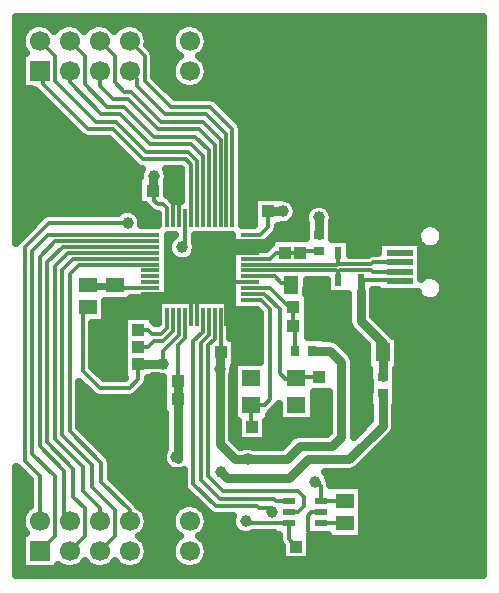
<source format=gbr>
G04 DipTrace 2.4.0.2*
%INbftdi_Top.gbr*%
%MOIN*%
%ADD13C,0.012*%
%ADD14C,0.0118*%
%ADD15C,0.03*%
%ADD16C,0.0236*%
%ADD17C,0.025*%
%ADD18R,0.0512X0.0591*%
%ADD19R,0.0433X0.0394*%
%ADD20R,0.0394X0.0433*%
%ADD21R,0.0591X0.0512*%
%ADD23R,0.0394X0.0394*%
%ADD24R,0.0236X0.0394*%
%ADD25R,0.0354X0.0295*%
%ADD26R,0.0295X0.0354*%
%ADD28R,0.063X0.0118*%
%ADD29R,0.0118X0.063*%
%ADD30R,0.0433X0.0236*%
%ADD32R,0.0906X0.0197*%
%ADD33R,0.0984X0.0787*%
%ADD34R,0.0669X0.0669*%
%ADD35C,0.0669*%
%ADD36R,0.063X0.0551*%
%ADD37C,0.0394*%
%FSLAX44Y44*%
G04*
G70*
G90*
G75*
G01*
%LNTop*%
%LPD*%
X6937Y4937D2*
D13*
X7437Y5437D1*
Y6312D1*
X6687Y7062D1*
Y7812D1*
X5687Y8812D1*
Y14313D1*
X6064Y14690D1*
X8255D1*
D14*
X8630D1*
X7937Y21937D2*
D13*
X8437Y21437D1*
Y20626D1*
X9312Y19751D1*
X10625D1*
X11366Y19010D1*
Y16423D1*
D14*
Y16048D1*
X7937Y20937D2*
D13*
X8187Y20687D1*
Y20439D1*
X9125Y19501D1*
X10500D1*
X11169Y18832D1*
Y16423D1*
D14*
Y16048D1*
X6937Y21937D2*
D13*
X7437Y21437D1*
Y20564D1*
X7750Y20251D1*
X8000D1*
X9000Y19251D1*
X10375D1*
X10972Y18653D1*
Y16423D1*
D14*
Y16048D1*
X6937Y20937D2*
D13*
Y20439D1*
X7375Y20001D1*
X7875D1*
X8875Y19001D1*
X10250D1*
X10776Y18475D1*
Y16423D1*
D14*
Y16048D1*
X5937Y21937D2*
D13*
X6437Y21437D1*
Y20501D1*
X7187Y19751D1*
X7750D1*
X8750Y18751D1*
X10125D1*
X10579Y18297D1*
Y16423D1*
D14*
Y16048D1*
X5937Y20937D2*
D13*
Y20564D1*
X7000Y19501D1*
X7625D1*
X8625Y18501D1*
X10000D1*
X10382Y18119D1*
Y16423D1*
D14*
Y16048D1*
X4937Y21937D2*
D13*
X5437Y21437D1*
Y20626D1*
X6812Y19251D1*
X7500D1*
X8500Y18251D1*
X9875D1*
X10185Y17941D1*
Y16423D1*
D14*
Y16048D1*
X4937Y20937D2*
D13*
X5062Y20812D1*
Y20501D1*
X6562Y19001D1*
X7375D1*
X8375Y18001D1*
X9812D1*
X9988Y17825D1*
Y16423D1*
D14*
Y16048D1*
X16937Y14252D2*
D13*
X16935Y14250D1*
X16062D1*
X16000Y14312D1*
X14937D1*
X14893Y14268D1*
Y13969D1*
Y14268D2*
X14878Y14253D1*
X14834Y14296D1*
X12312D1*
D14*
X11937D1*
X16937Y14567D2*
D13*
X16067D1*
X16000Y14500D1*
X14937D1*
X14893Y14544D1*
Y14875D1*
Y14544D2*
X14842Y14493D1*
X12312D1*
D14*
X11937D1*
X10579Y12741D2*
Y12142D1*
D13*
X10312Y11875D1*
Y7312D1*
X10937Y6687D1*
X12750D1*
X12815Y6623D1*
X13249D1*
X10776Y12741D2*
D14*
Y12026D1*
D13*
X10562Y11813D1*
Y7437D1*
X11062Y6937D1*
X13563D1*
X13750Y6750D1*
Y6437D1*
X13562Y6249D1*
X13249D1*
X15125Y6625D2*
X15123Y6623D1*
X14312D1*
Y7126D1*
X14125Y7312D1*
Y7250D1*
X12688Y6250D2*
Y6375D1*
X12250D1*
X12188Y6437D1*
X10812D1*
X10062Y7187D1*
Y11938D1*
X10382Y12257D1*
D14*
Y12741D1*
X15562Y14875D2*
D13*
X15884Y15197D1*
X16937D1*
X13625Y15562D2*
X13125D1*
Y15563D1*
X9375Y16938D2*
X9398Y16915D1*
Y16596D1*
Y16423D1*
D14*
Y16048D1*
X16976Y16319D2*
D13*
X19142D1*
Y12815D2*
Y16319D1*
Y12815D2*
X16976D1*
X7562Y11188D2*
Y11750D1*
Y12313D1*
X7437Y12438D1*
Y13063D1*
X9988Y12741D2*
D14*
Y13116D1*
D13*
Y13312D1*
X9312D1*
X9005D1*
D14*
X8630D1*
X11366Y12741D2*
X11375Y12732D1*
D13*
Y12250D1*
X11647Y11978D1*
Y11585D1*
X11375Y12750D2*
Y13313D1*
X11169D1*
Y13116D1*
D14*
Y12741D1*
Y13313D2*
D13*
X10185D1*
Y13116D1*
D14*
Y12741D1*
Y13313D2*
D13*
X9988Y13312D1*
X8630Y13509D2*
D14*
X9005D1*
D13*
X9241D1*
X9312Y13438D1*
Y13312D1*
X7437Y13063D2*
X7875D1*
X8124Y13312D1*
X8255D1*
D14*
X8630D1*
X11375Y13313D2*
D13*
Y13903D1*
X11562D1*
D14*
X11937D1*
X9398Y16596D2*
D13*
X9430Y16563D1*
X9594D1*
Y16423D1*
D14*
Y16048D1*
X8875Y10000D2*
D15*
Y10625D1*
X14062Y13812D2*
D13*
Y13186D1*
Y13062D1*
Y12437D1*
X13125Y15563D2*
X12813D1*
X12530Y15281D1*
X12312D1*
D14*
X11937D1*
X11562D1*
D13*
X11375D1*
Y15084D1*
X11562D1*
D14*
X11937D1*
X11375Y13903D2*
D13*
Y14887D1*
Y15084D1*
X11937Y14887D2*
X11375D1*
X14312Y6249D2*
X13999D1*
X13875Y6125D1*
Y5625D1*
X14156Y5343D1*
Y5092D1*
X9375Y16938D2*
Y17438D1*
X14625Y13250D2*
Y13186D1*
X14062D1*
X8231Y12313D2*
X8562D1*
X8688Y12187D1*
X8999D1*
X9201Y12389D1*
Y12438D1*
D14*
Y12741D1*
X8231Y11750D2*
D13*
X8562D1*
X8749Y11937D1*
X9062D1*
X9398Y12273D1*
Y12366D1*
D14*
Y12741D1*
X13496Y10718D2*
D13*
X13466Y10688D1*
X13125D1*
X12938Y10875D1*
Y13000D1*
X12429Y13509D1*
X12312D1*
D14*
X11937D1*
X13496Y10718D2*
D13*
X13509Y10731D1*
X14250D1*
X12000Y9812D2*
X12437D1*
X12625Y10000D1*
Y13000D1*
X12313Y13312D1*
D14*
X11937D1*
X12018Y9062D2*
D13*
X12000Y9081D1*
Y9812D1*
X13314Y13812D2*
X13251Y13875D1*
X13000D1*
X12775Y14099D1*
X12312D1*
D14*
X11937D1*
X6562Y13813D2*
D13*
X6669Y13706D1*
X8255D1*
D14*
X8630D1*
X7437Y13811D2*
D13*
X7435Y13813D1*
X6562D1*
X16937Y13937D2*
X16905Y13969D1*
X15641D1*
X16375Y10750D2*
D15*
X16378Y10752D1*
Y11563D1*
Y11873D1*
X15641Y12610D1*
Y13622D1*
D16*
Y13969D1*
X15125Y5877D2*
D13*
X15123Y5875D1*
X14312D1*
X7937Y5937D2*
Y6312D1*
X7000Y7250D1*
Y7875D1*
X5937Y8937D1*
Y14188D1*
X6242Y14493D1*
X8255D1*
D14*
X8630D1*
X5937Y5937D2*
D13*
X5749Y6125D1*
Y7625D1*
X4937Y8437D1*
Y14751D1*
X5467Y15281D1*
X8255D1*
D14*
X8630D1*
X4937Y5937D2*
D13*
Y7437D1*
X4437Y7937D1*
Y15063D1*
X5249Y15876D1*
X7875D1*
X9687Y15063D2*
D14*
X9791Y15167D1*
Y16048D1*
X6937Y5937D2*
D13*
Y6375D1*
X6374Y6937D1*
Y7750D1*
X5437Y8687D1*
Y14438D1*
X5886Y14887D1*
X8255D1*
D14*
X8630D1*
X4937Y4937D2*
D13*
X5437Y5437D1*
Y7437D1*
X4687Y8187D1*
Y14938D1*
X5226Y15477D1*
X8255D1*
D14*
X8630D1*
X5937Y4937D2*
D13*
X6437Y5437D1*
Y6375D1*
X6062Y6750D1*
Y7687D1*
X5187Y8562D1*
Y14563D1*
X5707Y15084D1*
X8255D1*
D14*
X8630D1*
X16375Y10199D2*
D15*
Y9125D1*
X15250Y8000D1*
X13875D1*
X13250Y7375D1*
X11187D1*
X11000Y7562D1*
X9500Y8062D2*
X9544Y8018D1*
Y10000D1*
Y10625D1*
D13*
X9562Y10643D1*
Y11813D1*
X9791Y12042D1*
Y12366D1*
D14*
Y12741D1*
X8231Y11188D2*
D15*
X8937D1*
D13*
X9062Y11313D1*
Y11625D1*
X9594Y12157D1*
Y12366D1*
D14*
Y12741D1*
X12562Y16268D2*
D13*
Y15750D1*
X12290Y15477D1*
D14*
X11937D1*
X13487Y5092D2*
D13*
X13249Y5330D1*
Y5875D1*
X8705Y16938D2*
X8750Y16894D1*
Y16626D1*
X8875Y16501D1*
X9062D1*
X9201Y16362D1*
D14*
Y16048D1*
X10978Y11585D2*
D13*
X10972Y11590D1*
Y12366D1*
D14*
Y12741D1*
X10978Y11585D2*
D15*
X10937Y11544D1*
Y11000D1*
Y8500D1*
X11437Y8000D1*
X11875D1*
X13188D1*
X13625Y8437D1*
X14688D1*
X15000Y8750D1*
Y11250D1*
X14625Y11625D1*
X14009D1*
X6562Y13065D2*
D13*
X6374D1*
Y10938D1*
X6937Y10375D1*
X7937D1*
X8231Y10669D1*
Y11188D1*
X9062D2*
D15*
X8231D1*
X14250Y15481D2*
Y16063D1*
X13046Y16268D2*
X12562D1*
X8750Y17438D2*
X8705Y17394D1*
Y16938D1*
X13249Y5875D2*
D13*
X11875D1*
X11813Y5937D1*
X13393Y13062D2*
X13251D1*
X12607Y13706D1*
X12312D1*
D14*
X11937D1*
X13393Y13062D2*
D13*
Y12437D1*
X13457Y12372D1*
Y11625D1*
X13125Y14894D2*
X13106Y14875D1*
X12812D1*
X12627Y14690D1*
X12312D1*
D14*
X11937D1*
X13125Y14894D2*
D13*
X13625D1*
Y14893D1*
X13662Y14930D1*
X14250D1*
D37*
X14125Y7250D3*
X12688Y6250D3*
X7875Y15876D3*
X9687Y15063D3*
X11000Y7562D3*
X9500Y8062D3*
X9062Y11188D3*
X10937Y11000D3*
X14250Y16063D3*
X13046Y16268D3*
X8750Y17438D3*
X11813Y5937D3*
X11875Y8000D3*
X12625Y15251D3*
X9375Y17438D3*
X15625Y9125D3*
Y10063D3*
Y10938D3*
X15438Y11875D3*
X14625Y12500D3*
Y13250D3*
X11688Y19814D3*
X13313Y9062D3*
X14063D3*
X12125Y12375D3*
Y11813D3*
X7000Y12313D3*
Y11188D3*
X8062Y13063D3*
X8750Y12750D3*
X10937Y13750D3*
X9500D3*
X11125Y15063D3*
X18313Y5625D3*
Y10063D3*
Y8000D3*
Y12313D3*
X13688Y16626D3*
X8500Y9437D3*
X6875D3*
X6499Y16876D3*
X4874D3*
X6499Y17938D3*
X4874D3*
X7875Y16626D3*
X11938Y17376D3*
X4166Y22485D2*
D17*
X4668D1*
X5207D2*
X5668D1*
X6207D2*
X6668D1*
X7207D2*
X7668D1*
X8207D2*
X9668D1*
X10207D2*
X19708D1*
X4166Y22236D2*
X4391D1*
X8480D2*
X9391D1*
X10480D2*
X19708D1*
X4166Y21987D2*
X4313D1*
X8558D2*
X9313D1*
X10558D2*
X19708D1*
X4166Y21739D2*
X4348D1*
X8621D2*
X9348D1*
X10527D2*
X19708D1*
X4166Y21490D2*
X4313D1*
X8781D2*
X9512D1*
X10363D2*
X19708D1*
X4166Y21241D2*
X4313D1*
X8789D2*
X9395D1*
X10480D2*
X19708D1*
X4166Y20992D2*
X4313D1*
X8789D2*
X9317D1*
X10558D2*
X19708D1*
X4166Y20744D2*
X4313D1*
X8804D2*
X9344D1*
X10531D2*
X19708D1*
X4166Y20495D2*
X4313D1*
X9054D2*
X9508D1*
X10367D2*
X19708D1*
X4166Y20246D2*
X4833D1*
X9301D2*
X19708D1*
X4166Y19998D2*
X5083D1*
X10863D2*
X19708D1*
X4166Y19749D2*
X5329D1*
X11113D2*
X19708D1*
X4166Y19500D2*
X5579D1*
X11359D2*
X19708D1*
X4166Y19252D2*
X5829D1*
X11609D2*
X19708D1*
X4166Y19003D2*
X6075D1*
X11715D2*
X19708D1*
X4166Y18754D2*
X6325D1*
X11715D2*
X19708D1*
X4166Y18506D2*
X7387D1*
X11715D2*
X19708D1*
X4166Y18257D2*
X7633D1*
X11715D2*
X19708D1*
X4166Y18008D2*
X7883D1*
X11715D2*
X19708D1*
X4166Y17760D2*
X8133D1*
X11715D2*
X19708D1*
X4166Y17511D2*
X8270D1*
X9230D2*
X9637D1*
X11715D2*
X19708D1*
X4166Y17262D2*
X8200D1*
X9211D2*
X9637D1*
X11715D2*
X19708D1*
X4166Y17013D2*
X8200D1*
X9211D2*
X9637D1*
X11715D2*
X19708D1*
X4166Y16765D2*
X8200D1*
X9277D2*
X9637D1*
X11715D2*
X19708D1*
X4166Y16516D2*
X8200D1*
X11715D2*
X12075D1*
X13461D2*
X14137D1*
X14362D2*
X19708D1*
X4166Y16267D2*
X7606D1*
X8144D2*
X8626D1*
X11715D2*
X12075D1*
X13531D2*
X13813D1*
X14691D2*
X19708D1*
X4166Y16019D2*
X4907D1*
X8340D2*
X8852D1*
X11715D2*
X12075D1*
X13461D2*
X13766D1*
X14734D2*
X19708D1*
X4166Y15770D2*
X4661D1*
X12910D2*
X13782D1*
X14718D2*
X17649D1*
X18273D2*
X19708D1*
X4166Y15521D2*
X4411D1*
X12820D2*
X13782D1*
X14718D2*
X17504D1*
X18418D2*
X19708D1*
X10140Y15273D2*
X11333D1*
X15301D2*
X17524D1*
X18398D2*
X19708D1*
X10172Y15024D2*
X12477D1*
X15301D2*
X16196D1*
X17679D2*
X17766D1*
X18152D2*
X19708D1*
X10074Y14775D2*
X11333D1*
X17679D2*
X19708D1*
X9234Y14527D2*
X11333D1*
X17679D2*
X19708D1*
X9234Y14278D2*
X11333D1*
X17679D2*
X19708D1*
X9234Y14029D2*
X11333D1*
X18281D2*
X19708D1*
X9234Y13781D2*
X11333D1*
X13859D2*
X14485D1*
X18422D2*
X19708D1*
X9234Y13532D2*
X11333D1*
X13859D2*
X14485D1*
X16082D2*
X17528D1*
X18394D2*
X19708D1*
X7148Y13283D2*
X8852D1*
X13898D2*
X15200D1*
X16082D2*
X17793D1*
X18129D2*
X19708D1*
X7148Y13034D2*
X8852D1*
X13898D2*
X15200D1*
X16082D2*
X19708D1*
X7148Y12786D2*
X8852D1*
X11320D2*
X12274D1*
X13898D2*
X15200D1*
X16082D2*
X19708D1*
X6722Y12537D2*
X7723D1*
X11320D2*
X12274D1*
X13898D2*
X15208D1*
X16324D2*
X19708D1*
X6722Y12288D2*
X7723D1*
X11324D2*
X12274D1*
X13898D2*
X15352D1*
X16574D2*
X19708D1*
X6722Y12040D2*
X7723D1*
X11484D2*
X12274D1*
X14668D2*
X15598D1*
X16922D2*
X19708D1*
X6722Y11791D2*
X7723D1*
X11484D2*
X12274D1*
X15070D2*
X15833D1*
X16922D2*
X19708D1*
X6722Y11542D2*
X7723D1*
X11484D2*
X12274D1*
X15320D2*
X15833D1*
X16922D2*
X19708D1*
X6722Y11294D2*
X7723D1*
X11484D2*
X12274D1*
X15437D2*
X15833D1*
X16922D2*
X19708D1*
X6750Y11045D2*
X7723D1*
X15441D2*
X15833D1*
X16922D2*
X19708D1*
X7000Y10796D2*
X7723D1*
X15441D2*
X15907D1*
X16843D2*
X19708D1*
X8558Y10548D2*
X9040D1*
X15441D2*
X15907D1*
X16843D2*
X19708D1*
X6285Y10299D2*
X6528D1*
X8343D2*
X9040D1*
X15441D2*
X15907D1*
X16843D2*
X19708D1*
X6285Y10050D2*
X9040D1*
X14101D2*
X14559D1*
X15441D2*
X15907D1*
X16843D2*
X19708D1*
X6285Y9802D2*
X9040D1*
X14101D2*
X14559D1*
X15441D2*
X15907D1*
X16843D2*
X19708D1*
X6285Y9553D2*
X9040D1*
X12656D2*
X12891D1*
X14101D2*
X14559D1*
X15441D2*
X15934D1*
X16816D2*
X19708D1*
X6285Y9304D2*
X9106D1*
X12605D2*
X12891D1*
X14101D2*
X14559D1*
X15441D2*
X15934D1*
X16816D2*
X19708D1*
X6304Y9055D2*
X9106D1*
X11379D2*
X11512D1*
X12523D2*
X14559D1*
X15441D2*
X15696D1*
X16808D2*
X19708D1*
X6551Y8807D2*
X9106D1*
X11379D2*
X11512D1*
X12523D2*
X13411D1*
X16668D2*
X19708D1*
X6801Y8558D2*
X9106D1*
X11492D2*
X13133D1*
X16422D2*
X19708D1*
X7051Y8309D2*
X9086D1*
X16172D2*
X19708D1*
X7293Y8061D2*
X9012D1*
X15922D2*
X19708D1*
X7347Y7812D2*
X9086D1*
X15676D2*
X19708D1*
X4166Y7563D2*
X4325D1*
X7347D2*
X9711D1*
X14488D2*
X19708D1*
X4166Y7315D2*
X4575D1*
X7418D2*
X9711D1*
X14609D2*
X19708D1*
X4166Y7066D2*
X4586D1*
X7668D2*
X9735D1*
X15711D2*
X19708D1*
X4166Y6817D2*
X4586D1*
X7918D2*
X9950D1*
X15711D2*
X19708D1*
X4166Y6569D2*
X4586D1*
X8164D2*
X10196D1*
X15711D2*
X19708D1*
X4166Y6320D2*
X4450D1*
X8422D2*
X9450D1*
X15711D2*
X19708D1*
X4166Y6071D2*
X4329D1*
X8547D2*
X9329D1*
X10547D2*
X11344D1*
X15711D2*
X19708D1*
X4166Y5823D2*
X4325D1*
X8551D2*
X9325D1*
X10551D2*
X11340D1*
X15711D2*
X19708D1*
X4166Y5574D2*
X4434D1*
X8437D2*
X9434D1*
X10437D2*
X11504D1*
X15711D2*
X19708D1*
X4166Y5325D2*
X4313D1*
X8418D2*
X9454D1*
X10418D2*
X12899D1*
X13992D2*
X19708D1*
X4166Y5076D2*
X4313D1*
X8547D2*
X9329D1*
X10547D2*
X12981D1*
X13992D2*
X19708D1*
X4166Y4828D2*
X4313D1*
X8551D2*
X9321D1*
X10551D2*
X12981D1*
X13992D2*
X19708D1*
X4166Y4579D2*
X4313D1*
X8441D2*
X9430D1*
X10441D2*
X19708D1*
X4166Y4330D2*
X19708D1*
X15934Y11003D2*
X15857D1*
Y11811D1*
X15347Y12317D1*
X15274Y12417D1*
X15229Y12557D1*
X15226Y13110D1*
Y13505D1*
X14510Y13507D1*
Y13972D1*
X13838Y13971D1*
X13835Y13525D1*
X13874Y13524D1*
X13870Y12600D1*
X13874Y12649D1*
Y12067D1*
X14421D1*
Y12040D1*
X14625D1*
X14748Y12021D1*
X14879Y11954D1*
X15294Y11544D1*
X15368Y11443D1*
X15412Y11304D1*
X15415Y10750D1*
Y8754D1*
X15960Y9296D1*
X15961Y9785D1*
X15933Y9786D1*
X15937Y10611D1*
X15933Y10713D1*
Y11006D1*
X12500Y9270D2*
Y8601D1*
X11537D1*
Y9269D1*
X11420Y9272D1*
X11424Y10353D1*
X11420Y10302D1*
Y11126D1*
X11399Y11000D1*
X11382Y10876D1*
X11353Y10808D1*
X11352Y8675D1*
X11609Y8415D1*
X11824Y8459D1*
X11949Y8456D1*
X12078Y8413D1*
X13020Y8415D1*
X13332Y8731D1*
X13432Y8805D1*
X13572Y8849D1*
X14125Y8852D1*
X14520D1*
X14585Y8921D1*
Y10254D1*
X14075Y10250D1*
Y9272D1*
X12916D1*
Y9854D1*
X12855Y9770D1*
X12664Y9580D1*
X12579Y9478D1*
Y9272D1*
X12497D1*
X7997Y13383D2*
Y13290D1*
X7118D1*
X7122Y12711D1*
Y12544D1*
X6696D1*
X6699Y11315D1*
Y11069D1*
X7071Y10701D1*
X7800Y10700D1*
X7750Y10726D1*
X7754Y11649D1*
X7750Y11913D1*
X7754Y12212D1*
X7750Y12476D1*
Y12775D1*
X8713D1*
Y12599D1*
X8792Y12543D1*
X8877Y12536D1*
Y13321D1*
X9525Y13317D1*
X9771Y13321D1*
X9918Y13317D1*
X10115Y13321D1*
X10706D1*
X11100D1*
X11296D1*
X11297Y12050D1*
X11459Y12047D1*
Y11261D1*
X12299Y11258D1*
X12300Y12863D1*
X12177Y12989D1*
X11357Y12988D1*
X11361Y13636D1*
X11357Y13882D1*
X11361Y14030D1*
X11357Y14275D1*
X11361Y14423D1*
X11357Y14669D1*
X11361Y14817D1*
X11357Y15014D1*
X12496Y15015D1*
X12585Y15106D1*
X12517Y15153D1*
X11357D1*
Y15470D1*
X11042Y15472D1*
X10796Y15468D1*
X10648Y15472D1*
X10403Y15468D1*
X10255Y15472D1*
X10111Y15468D1*
X10115Y15240D1*
X10148Y15089D1*
X10132Y14940D1*
X10083Y14825D1*
X10005Y14728D1*
X9904Y14655D1*
X9787Y14612D1*
X9663Y14602D1*
X9540Y14625D1*
X9429Y14681D1*
X9336Y14764D1*
X9268Y14869D1*
X9232Y14988D1*
X9228Y15112D1*
X9258Y15233D1*
X9319Y15342D1*
X9407Y15430D1*
X9465Y15463D1*
X9208Y15468D1*
X9206Y15153D1*
X9210Y14908D1*
X9206Y14760D1*
X9210Y14514D1*
X9206Y14366D1*
X9210Y14120D1*
X9206Y13972D1*
X9210Y13727D1*
X9206Y13579D1*
X9210Y13382D1*
X7993Y13381D1*
X9187Y17287D2*
Y16802D1*
X9292Y16730D1*
X9394Y16628D1*
X9667D1*
X9663Y17298D1*
Y17677D1*
X9144Y17676D1*
X9187Y17587D1*
X9211Y17438D1*
X9187Y17297D1*
X9210Y15468D2*
X9206Y14957D1*
X9210Y14711D1*
X9206Y14563D1*
X9210Y14317D1*
X9206Y14169D1*
X9210Y13923D1*
X9206Y13775D1*
X9210Y13530D1*
X9199Y13321D1*
X9722Y13317D1*
X9967Y13321D1*
X10380D2*
X10903Y13317D1*
X11148Y13321D1*
X11357Y13382D1*
Y13632D1*
X10524Y20813D2*
X10485Y20694D1*
X10423Y20586D1*
X10340Y20493D1*
X10239Y20419D1*
X10126Y20368D1*
X10004Y20341D1*
X9879Y20340D1*
X9757Y20365D1*
X9642Y20415D1*
X9541Y20487D1*
X9456Y20579D1*
X9392Y20686D1*
X9352Y20805D1*
X9338Y20928D1*
X9349Y21053D1*
X9385Y21172D1*
X9446Y21281D1*
X9528Y21375D1*
X9606Y21434D1*
X9541Y21487D1*
X9456Y21579D1*
X9392Y21686D1*
X9352Y21805D1*
X9338Y21928D1*
X9349Y22053D1*
X9385Y22172D1*
X9446Y22281D1*
X9528Y22375D1*
X9627Y22450D1*
X9740Y22503D1*
X9862Y22532D1*
X9987Y22535D1*
X10109Y22511D1*
X10224Y22463D1*
X10327Y22392D1*
X10413Y22302D1*
X10478Y22195D1*
X10520Y22078D1*
X10537Y21937D1*
X10524Y21813D1*
X10485Y21694D1*
X10423Y21586D1*
X10340Y21493D1*
X10268Y21440D1*
X10327Y21392D1*
X10413Y21302D1*
X10478Y21195D1*
X10520Y21078D1*
X10537Y20937D1*
X10524Y20813D1*
X8524Y5813D2*
X8485Y5694D1*
X8423Y5586D1*
X8340Y5493D1*
X8266Y5434D1*
X8327Y5392D1*
X8413Y5302D1*
X8478Y5195D1*
X8520Y5078D1*
X8537Y4937D1*
X8524Y4813D1*
X8485Y4694D1*
X8423Y4586D1*
X8340Y4493D1*
X8239Y4419D1*
X8126Y4368D1*
X8004Y4341D1*
X7879Y4340D1*
X7757Y4365D1*
X7642Y4415D1*
X7541Y4487D1*
X7438Y4609D1*
X7340Y4493D1*
X7239Y4419D1*
X7126Y4368D1*
X7004Y4341D1*
X6879Y4340D1*
X6757Y4365D1*
X6642Y4415D1*
X6541Y4487D1*
X6438Y4609D1*
X6340Y4493D1*
X6239Y4419D1*
X6126Y4368D1*
X6004Y4341D1*
X5879Y4340D1*
X5757Y4365D1*
X5642Y4415D1*
X5537Y4494D1*
Y4337D1*
X4337D1*
Y5537D1*
X4490D1*
X4392Y5686D1*
X4352Y5805D1*
X4338Y5928D1*
X4349Y6053D1*
X4385Y6172D1*
X4446Y6281D1*
X4528Y6375D1*
X4612Y6439D1*
Y7300D1*
X4205Y7711D1*
X4141Y7733D1*
Y4141D1*
X19733D1*
Y22733D1*
X4141D1*
Y15198D1*
X4207Y15293D1*
X5020Y16105D1*
X5123Y16175D1*
X5249Y16201D1*
X7550D1*
X7594Y16243D1*
X7703Y16304D1*
X7824Y16335D1*
X7948Y16332D1*
X8067Y16295D1*
X8173Y16228D1*
X8256Y16136D1*
X8312Y16024D1*
X8336Y15876D1*
X8326Y15802D1*
X8877Y15800D1*
X8875Y16176D1*
X8753Y16200D1*
X8645Y16271D1*
X8518Y16399D1*
X8464Y16476D1*
X8224D1*
Y17400D1*
X8290D1*
X8291Y17488D1*
X8320Y17609D1*
X8361Y17680D1*
X8267Y17694D1*
X8145Y17771D1*
X7242Y18674D1*
X6562Y18676D1*
X6440Y18700D1*
X6332Y18771D1*
X4830Y20275D1*
X4662Y20337D1*
X4337D1*
Y21537D1*
X4490D1*
X4392Y21686D1*
X4352Y21805D1*
X4338Y21928D1*
X4349Y22053D1*
X4385Y22172D1*
X4446Y22281D1*
X4528Y22375D1*
X4627Y22450D1*
X4740Y22503D1*
X4862Y22532D1*
X4987Y22535D1*
X5109Y22511D1*
X5224Y22463D1*
X5327Y22392D1*
X5413Y22302D1*
X5435Y22265D1*
X5528Y22375D1*
X5627Y22450D1*
X5740Y22503D1*
X5862Y22532D1*
X5987Y22535D1*
X6109Y22511D1*
X6224Y22463D1*
X6327Y22392D1*
X6413Y22302D1*
X6435Y22265D1*
X6528Y22375D1*
X6627Y22450D1*
X6740Y22503D1*
X6862Y22532D1*
X6987Y22535D1*
X7109Y22511D1*
X7224Y22463D1*
X7327Y22392D1*
X7413Y22302D1*
X7435Y22265D1*
X7528Y22375D1*
X7627Y22450D1*
X7740Y22503D1*
X7862Y22532D1*
X7987Y22535D1*
X8109Y22511D1*
X8224Y22463D1*
X8327Y22392D1*
X8413Y22302D1*
X8478Y22195D1*
X8520Y22078D1*
X8537Y21937D1*
X8522Y21809D1*
X8667Y21667D1*
X8736Y21564D1*
X8762Y21437D1*
Y20761D1*
X9449Y20074D1*
X10625Y20076D1*
X10747Y20052D1*
X10855Y19981D1*
X11596Y19240D1*
X11665Y19137D1*
X11691Y19010D1*
X11690Y15804D1*
X12097Y15801D1*
X12100Y16161D1*
Y16749D1*
X13024D1*
Y16730D1*
X13119Y16724D1*
X13238Y16687D1*
X13344Y16620D1*
X13427Y16528D1*
X13483Y16416D1*
X13507Y16268D1*
X13491Y16144D1*
X13441Y16030D1*
X13363Y15933D1*
X13262Y15860D1*
X13145Y15817D1*
X13025Y15807D1*
X13024Y15786D1*
X12887D1*
X12863Y15628D1*
X12792Y15520D1*
X12516Y15245D1*
X12517Y15153D1*
X12663Y15166D1*
Y15375D1*
X13587Y15371D1*
X13807Y15374D1*
X13808Y15893D1*
X13820D1*
X13795Y15988D1*
X13791Y16112D1*
X13821Y16233D1*
X13882Y16342D1*
X13970Y16430D1*
X14078Y16492D1*
X14199Y16522D1*
X14324Y16519D1*
X14443Y16483D1*
X14548Y16416D1*
X14632Y16323D1*
X14687Y16212D1*
X14712Y16063D1*
X14695Y15940D1*
X14675Y15893D1*
X14692D1*
Y15338D1*
X15276Y15336D1*
Y14825D1*
X15871Y14824D1*
X15942Y14867D1*
X16066Y14892D1*
X16219Y14894D1*
Y15245D1*
X17559D1*
X17540Y15297D1*
X17519Y15419D1*
X17532Y15543D1*
X17580Y15658D1*
X17658Y15756D1*
X17760Y15827D1*
X17878Y15868D1*
X18002Y15873D1*
X18123Y15844D1*
X18232Y15783D1*
X18318Y15693D1*
X18377Y15583D1*
X18403Y15433D1*
X18385Y15310D1*
X18334Y15196D1*
X18253Y15102D1*
X18149Y15033D1*
X18030Y14997D1*
X17905Y14995D1*
X17785Y15028D1*
X17676Y15096D1*
X17655Y14995D1*
X17651Y14519D1*
X17655Y14115D1*
X17658Y14023D1*
X17760Y14095D1*
X17878Y14135D1*
X18002Y14141D1*
X18123Y14112D1*
X18232Y14050D1*
X18318Y13961D1*
X18377Y13851D1*
X18403Y13701D1*
X18385Y13578D1*
X18334Y13464D1*
X18253Y13369D1*
X18149Y13301D1*
X18030Y13264D1*
X17905Y13262D1*
X17785Y13295D1*
X17679Y13360D1*
X17595Y13453D1*
X17540Y13568D1*
X17405Y13574D1*
X16219D1*
Y13648D1*
X16057Y13644D1*
X16056Y12782D1*
X16712Y12123D1*
X16898D1*
Y11003D1*
X16816D1*
X16814Y10338D1*
X16818Y10236D1*
Y9786D1*
X16790D1*
Y9125D1*
X16772Y9002D1*
X16704Y8872D1*
X16315Y8478D1*
X15544Y7706D1*
X15444Y7633D1*
X15304Y7588D1*
X14750Y7585D1*
X14442D1*
X14507Y7510D1*
X14562Y7398D1*
X14580Y7311D1*
X14605Y7266D1*
X14636Y7146D1*
X15686D1*
X15682Y6104D1*
X15686Y6022D1*
Y5356D1*
X14565D1*
Y5493D1*
X13969Y5491D1*
Y4630D1*
X13006D1*
Y5119D1*
X12956Y5189D1*
X12924Y5330D1*
Y5490D1*
X12768Y5491D1*
Y5550D1*
X12065D1*
X11912Y5486D1*
X11788Y5476D1*
X11665Y5499D1*
X11554Y5555D1*
X11461Y5638D1*
X11394Y5743D1*
X11357Y5862D1*
X11353Y5986D1*
X11385Y6111D1*
X10812Y6112D1*
X10690Y6136D1*
X10583Y6207D1*
X9833Y6957D1*
X9763Y7061D1*
X9737Y7187D1*
Y7652D1*
X9645Y7616D1*
X9567Y7604D1*
X9475Y7601D1*
X9353Y7625D1*
X9241Y7680D1*
X9148Y7763D1*
X9081Y7868D1*
X9044Y7987D1*
X9041Y8112D1*
X9071Y8233D1*
X9130Y8338D1*
X9129Y9538D1*
X9063D1*
X9066Y10462D1*
X9063Y10413D1*
Y10730D1*
X9038Y10727D1*
X8915Y10750D1*
X8870Y10772D1*
X8715Y10773D1*
X8713Y10726D1*
X8553D1*
X8556Y10669D1*
X8533Y10547D1*
X8461Y10440D1*
X8167Y10145D1*
X8064Y10076D1*
X7937Y10050D1*
X6937D1*
X6815Y10074D1*
X6707Y10145D1*
X6263Y10590D1*
X6262Y9075D1*
X7229Y8105D1*
X7299Y8002D1*
X7324Y7875D1*
Y7387D1*
X8169Y6539D1*
X8228Y6461D1*
X8327Y6392D1*
X8413Y6302D1*
X8478Y6195D1*
X8520Y6078D1*
X8537Y5937D1*
X8524Y5813D1*
X10524Y4813D2*
X10485Y4694D1*
X10423Y4586D1*
X10340Y4493D1*
X10239Y4419D1*
X10126Y4368D1*
X10004Y4341D1*
X9879Y4340D1*
X9757Y4365D1*
X9642Y4415D1*
X9541Y4487D1*
X9456Y4579D1*
X9392Y4686D1*
X9352Y4805D1*
X9338Y4928D1*
X9349Y5053D1*
X9385Y5172D1*
X9446Y5281D1*
X9528Y5375D1*
X9606Y5434D1*
X9541Y5487D1*
X9456Y5579D1*
X9392Y5686D1*
X9352Y5805D1*
X9338Y5928D1*
X9349Y6053D1*
X9385Y6172D1*
X9446Y6281D1*
X9528Y6375D1*
X9627Y6450D1*
X9740Y6503D1*
X9862Y6532D1*
X9987Y6535D1*
X10109Y6511D1*
X10224Y6463D1*
X10327Y6392D1*
X10413Y6302D1*
X10478Y6195D1*
X10520Y6078D1*
X10537Y5937D1*
X10524Y5813D1*
X10485Y5694D1*
X10423Y5586D1*
X10340Y5493D1*
X10268Y5440D1*
X10327Y5392D1*
X10413Y5302D1*
X10478Y5195D1*
X10520Y5078D1*
X10537Y4937D1*
X10524Y4813D1*
D18*
X17126Y11563D3*
X16378D3*
D19*
X12688Y9062D3*
X12018D3*
D20*
X14250Y10062D3*
Y10731D3*
D21*
X7437Y13063D3*
Y13811D3*
D19*
X7562Y11750D3*
X8231D3*
X7562Y12313D3*
X8231D3*
D20*
X13625Y15562D3*
Y14893D3*
X13125Y15563D3*
Y14894D3*
D19*
X14062Y13062D3*
X13393D3*
X14062Y12437D3*
X13393D3*
X8875Y10625D3*
X9544D3*
X8875Y10000D3*
X9544D3*
D20*
X12562Y16937D3*
Y16268D3*
D19*
X9375Y16938D3*
X8705D3*
X7562Y11188D3*
X8231D3*
X11647Y11585D3*
X10978D3*
X14156Y5092D3*
X13487D3*
D23*
X15562Y14875D3*
D24*
X14893D3*
Y13969D3*
X15641D3*
D25*
X16375Y10750D3*
Y10199D3*
X14250Y15481D3*
Y14930D3*
D26*
X14009Y11625D3*
X13457D3*
D28*
X11937Y13312D3*
Y13509D3*
Y13706D3*
Y13903D3*
Y14099D3*
Y14296D3*
Y14493D3*
Y14690D3*
Y14887D3*
Y15084D3*
Y15281D3*
Y15477D3*
D29*
X11366Y16048D3*
X11169D3*
X10972D3*
X10776D3*
X10579D3*
X10382D3*
X10185D3*
X9988D3*
X9791D3*
X9594D3*
X9398D3*
X9201D3*
D28*
X8630Y15477D3*
Y15281D3*
Y15084D3*
Y14887D3*
Y14690D3*
Y14493D3*
Y14296D3*
Y14099D3*
Y13903D3*
Y13706D3*
Y13509D3*
Y13312D3*
D29*
X9201Y12741D3*
X9398D3*
X9594D3*
X9791D3*
X9988D3*
X10185D3*
X10382D3*
X10579D3*
X10776D3*
X10972D3*
X11169D3*
X11366D3*
D30*
X14312Y5875D3*
Y6249D3*
Y6623D3*
X13249D3*
Y6249D3*
Y5875D3*
D32*
X16937Y13937D3*
Y14252D3*
Y14567D3*
Y14882D3*
Y15197D3*
D33*
X16976Y12815D3*
Y16319D3*
X19142Y12815D3*
Y16319D3*
D18*
X14062Y13812D3*
X13314D3*
D21*
X6562Y13813D3*
Y13065D3*
X15125Y6625D3*
Y5877D3*
D34*
X4937Y20937D3*
D35*
Y21937D3*
X5937Y20937D3*
Y21937D3*
X6937Y20937D3*
Y21937D3*
X7937Y20937D3*
Y21937D3*
X8937Y20937D3*
Y21937D3*
X9937Y20937D3*
Y21937D3*
D34*
X4937Y4937D3*
D35*
Y5937D3*
X5937Y4937D3*
Y5937D3*
X6937Y4937D3*
Y5937D3*
X7937Y4937D3*
Y5937D3*
X8937Y4937D3*
Y5937D3*
X9937Y4937D3*
Y5937D3*
D36*
X12000Y9812D3*
X13496D3*
Y10718D3*
X12000D3*
M02*

</source>
